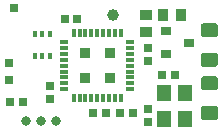
<source format=gtp>
G04 #@! TF.GenerationSoftware,KiCad,Pcbnew,5.0.0-rc3+dfsg1-2*
G04 #@! TF.CreationDate,2018-07-25T10:31:46+09:00*
G04 #@! TF.ProjectId,fst-01,6673742D30312E6B696361645F706362,rev?*
G04 #@! TF.SameCoordinates,Original*
G04 #@! TF.FileFunction,Paste,Top*
G04 #@! TF.FilePolarity,Positive*
%FSLAX46Y46*%
G04 Gerber Fmt 4.6, Leading zero omitted, Abs format (unit mm)*
G04 Created by KiCad (PCBNEW 5.0.0-rc3+dfsg1-2) date Wed Jul 25 10:31:46 2018*
%MOMM*%
%LPD*%
G01*
G04 APERTURE LIST*
%ADD10R,0.800000X0.800000*%
%ADD11C,0.150000*%
%ADD12C,1.200000*%
%ADD13R,0.762000X0.698500*%
%ADD14R,0.398780X0.500380*%
%ADD15R,0.870360X0.870360*%
%ADD16R,0.749300X0.299720*%
%ADD17R,0.299720X0.749300*%
%ADD18R,0.700000X0.700000*%
%ADD19C,0.800000*%
%ADD20R,0.899160X1.000760*%
%ADD21R,0.900000X0.800000*%
%ADD22R,1.193800X1.397000*%
%ADD23R,0.698500X0.762000*%
%ADD24R,1.000760X0.899160*%
%ADD25C,1.000000*%
G04 APERTURE END LIST*
D10*
G04 #@! TO.C,REF\002A\002A*
X110431580Y-93604080D03*
G04 #@! TD*
D11*
G04 #@! TO.C,J1*
G36*
X127479405Y-94897825D02*
X127508527Y-94902144D01*
X127537085Y-94909298D01*
X127564805Y-94919216D01*
X127591419Y-94931804D01*
X127616671Y-94946939D01*
X127640318Y-94964477D01*
X127662132Y-94984248D01*
X127681903Y-95006062D01*
X127699441Y-95029709D01*
X127714576Y-95054961D01*
X127727164Y-95081575D01*
X127737082Y-95109295D01*
X127744236Y-95137853D01*
X127748555Y-95166975D01*
X127750000Y-95196380D01*
X127750000Y-95796380D01*
X127748555Y-95825785D01*
X127744236Y-95854907D01*
X127737082Y-95883465D01*
X127727164Y-95911185D01*
X127714576Y-95937799D01*
X127699441Y-95963051D01*
X127681903Y-95986698D01*
X127662132Y-96008512D01*
X127640318Y-96028283D01*
X127616671Y-96045821D01*
X127591419Y-96060956D01*
X127564805Y-96073544D01*
X127537085Y-96083462D01*
X127508527Y-96090616D01*
X127479405Y-96094935D01*
X127450000Y-96096380D01*
X126550000Y-96096380D01*
X126520595Y-96094935D01*
X126491473Y-96090616D01*
X126462915Y-96083462D01*
X126435195Y-96073544D01*
X126408581Y-96060956D01*
X126383329Y-96045821D01*
X126359682Y-96028283D01*
X126337868Y-96008512D01*
X126318097Y-95986698D01*
X126300559Y-95963051D01*
X126285424Y-95937799D01*
X126272836Y-95911185D01*
X126262918Y-95883465D01*
X126255764Y-95854907D01*
X126251445Y-95825785D01*
X126250000Y-95796380D01*
X126250000Y-95196380D01*
X126251445Y-95166975D01*
X126255764Y-95137853D01*
X126262918Y-95109295D01*
X126272836Y-95081575D01*
X126285424Y-95054961D01*
X126300559Y-95029709D01*
X126318097Y-95006062D01*
X126337868Y-94984248D01*
X126359682Y-94964477D01*
X126383329Y-94946939D01*
X126408581Y-94931804D01*
X126435195Y-94919216D01*
X126462915Y-94909298D01*
X126491473Y-94902144D01*
X126520595Y-94897825D01*
X126550000Y-94896380D01*
X127450000Y-94896380D01*
X127479405Y-94897825D01*
X127479405Y-94897825D01*
G37*
D12*
X127000000Y-95496380D03*
D11*
G36*
X127479405Y-101897945D02*
X127508527Y-101902264D01*
X127537085Y-101909418D01*
X127564805Y-101919336D01*
X127591419Y-101931924D01*
X127616671Y-101947059D01*
X127640318Y-101964597D01*
X127662132Y-101984368D01*
X127681903Y-102006182D01*
X127699441Y-102029829D01*
X127714576Y-102055081D01*
X127727164Y-102081695D01*
X127737082Y-102109415D01*
X127744236Y-102137973D01*
X127748555Y-102167095D01*
X127750000Y-102196500D01*
X127750000Y-102796500D01*
X127748555Y-102825905D01*
X127744236Y-102855027D01*
X127737082Y-102883585D01*
X127727164Y-102911305D01*
X127714576Y-102937919D01*
X127699441Y-102963171D01*
X127681903Y-102986818D01*
X127662132Y-103008632D01*
X127640318Y-103028403D01*
X127616671Y-103045941D01*
X127591419Y-103061076D01*
X127564805Y-103073664D01*
X127537085Y-103083582D01*
X127508527Y-103090736D01*
X127479405Y-103095055D01*
X127450000Y-103096500D01*
X126550000Y-103096500D01*
X126520595Y-103095055D01*
X126491473Y-103090736D01*
X126462915Y-103083582D01*
X126435195Y-103073664D01*
X126408581Y-103061076D01*
X126383329Y-103045941D01*
X126359682Y-103028403D01*
X126337868Y-103008632D01*
X126318097Y-102986818D01*
X126300559Y-102963171D01*
X126285424Y-102937919D01*
X126272836Y-102911305D01*
X126262918Y-102883585D01*
X126255764Y-102855027D01*
X126251445Y-102825905D01*
X126250000Y-102796500D01*
X126250000Y-102196500D01*
X126251445Y-102167095D01*
X126255764Y-102137973D01*
X126262918Y-102109415D01*
X126272836Y-102081695D01*
X126285424Y-102055081D01*
X126300559Y-102029829D01*
X126318097Y-102006182D01*
X126337868Y-101984368D01*
X126359682Y-101964597D01*
X126383329Y-101947059D01*
X126408581Y-101931924D01*
X126435195Y-101919336D01*
X126462915Y-101909418D01*
X126491473Y-101902264D01*
X126520595Y-101897945D01*
X126550000Y-101896500D01*
X127450000Y-101896500D01*
X127479405Y-101897945D01*
X127479405Y-101897945D01*
G37*
D12*
X127000000Y-102496500D03*
D11*
G36*
X127479405Y-97397945D02*
X127508527Y-97402264D01*
X127537085Y-97409418D01*
X127564805Y-97419336D01*
X127591419Y-97431924D01*
X127616671Y-97447059D01*
X127640318Y-97464597D01*
X127662132Y-97484368D01*
X127681903Y-97506182D01*
X127699441Y-97529829D01*
X127714576Y-97555081D01*
X127727164Y-97581695D01*
X127737082Y-97609415D01*
X127744236Y-97637973D01*
X127748555Y-97667095D01*
X127750000Y-97696500D01*
X127750000Y-98296500D01*
X127748555Y-98325905D01*
X127744236Y-98355027D01*
X127737082Y-98383585D01*
X127727164Y-98411305D01*
X127714576Y-98437919D01*
X127699441Y-98463171D01*
X127681903Y-98486818D01*
X127662132Y-98508632D01*
X127640318Y-98528403D01*
X127616671Y-98545941D01*
X127591419Y-98561076D01*
X127564805Y-98573664D01*
X127537085Y-98583582D01*
X127508527Y-98590736D01*
X127479405Y-98595055D01*
X127450000Y-98596500D01*
X126550000Y-98596500D01*
X126520595Y-98595055D01*
X126491473Y-98590736D01*
X126462915Y-98583582D01*
X126435195Y-98573664D01*
X126408581Y-98561076D01*
X126383329Y-98545941D01*
X126359682Y-98528403D01*
X126337868Y-98508632D01*
X126318097Y-98486818D01*
X126300559Y-98463171D01*
X126285424Y-98437919D01*
X126272836Y-98411305D01*
X126262918Y-98383585D01*
X126255764Y-98355027D01*
X126251445Y-98325905D01*
X126250000Y-98296500D01*
X126250000Y-97696500D01*
X126251445Y-97667095D01*
X126255764Y-97637973D01*
X126262918Y-97609415D01*
X126272836Y-97581695D01*
X126285424Y-97555081D01*
X126300559Y-97529829D01*
X126318097Y-97506182D01*
X126337868Y-97484368D01*
X126359682Y-97464597D01*
X126383329Y-97447059D01*
X126408581Y-97431924D01*
X126435195Y-97419336D01*
X126462915Y-97409418D01*
X126491473Y-97402264D01*
X126520595Y-97397945D01*
X126550000Y-97396500D01*
X127450000Y-97396500D01*
X127479405Y-97397945D01*
X127479405Y-97397945D01*
G37*
D12*
X127000000Y-97996500D03*
D11*
G36*
X127479405Y-99397945D02*
X127508527Y-99402264D01*
X127537085Y-99409418D01*
X127564805Y-99419336D01*
X127591419Y-99431924D01*
X127616671Y-99447059D01*
X127640318Y-99464597D01*
X127662132Y-99484368D01*
X127681903Y-99506182D01*
X127699441Y-99529829D01*
X127714576Y-99555081D01*
X127727164Y-99581695D01*
X127737082Y-99609415D01*
X127744236Y-99637973D01*
X127748555Y-99667095D01*
X127750000Y-99696500D01*
X127750000Y-100296500D01*
X127748555Y-100325905D01*
X127744236Y-100355027D01*
X127737082Y-100383585D01*
X127727164Y-100411305D01*
X127714576Y-100437919D01*
X127699441Y-100463171D01*
X127681903Y-100486818D01*
X127662132Y-100508632D01*
X127640318Y-100528403D01*
X127616671Y-100545941D01*
X127591419Y-100561076D01*
X127564805Y-100573664D01*
X127537085Y-100583582D01*
X127508527Y-100590736D01*
X127479405Y-100595055D01*
X127450000Y-100596500D01*
X126550000Y-100596500D01*
X126520595Y-100595055D01*
X126491473Y-100590736D01*
X126462915Y-100583582D01*
X126435195Y-100573664D01*
X126408581Y-100561076D01*
X126383329Y-100545941D01*
X126359682Y-100528403D01*
X126337868Y-100508632D01*
X126318097Y-100486818D01*
X126300559Y-100463171D01*
X126285424Y-100437919D01*
X126272836Y-100411305D01*
X126262918Y-100383585D01*
X126255764Y-100355027D01*
X126251445Y-100325905D01*
X126250000Y-100296500D01*
X126250000Y-99696500D01*
X126251445Y-99667095D01*
X126255764Y-99637973D01*
X126262918Y-99609415D01*
X126272836Y-99581695D01*
X126285424Y-99555081D01*
X126300559Y-99529829D01*
X126318097Y-99506182D01*
X126337868Y-99484368D01*
X126359682Y-99464597D01*
X126383329Y-99447059D01*
X126408581Y-99431924D01*
X126435195Y-99419336D01*
X126462915Y-99409418D01*
X126491473Y-99402264D01*
X126520595Y-99397945D01*
X126550000Y-99396500D01*
X127450000Y-99396500D01*
X127479405Y-99397945D01*
X127479405Y-99397945D01*
G37*
D12*
X127000000Y-99996500D03*
G04 #@! TD*
D13*
G04 #@! TO.C,R1*
X110119160Y-101536500D03*
X111216440Y-101536500D03*
G04 #@! TD*
D14*
G04 #@! TO.C,U3*
X112189260Y-95811340D03*
X112839500Y-95811340D03*
X113489740Y-95811340D03*
X113489740Y-97711260D03*
X112839500Y-97711260D03*
X112189260Y-97711260D03*
G04 #@! TD*
D15*
G04 #@! TO.C,U1*
X118543988Y-97459671D03*
X116461188Y-97459671D03*
X116461188Y-99542471D03*
D16*
X120278808Y-100502591D03*
X120278808Y-100002211D03*
X120278808Y-99501831D03*
X120278808Y-99001451D03*
X120278808Y-98501071D03*
X120278808Y-98000691D03*
X120278808Y-97500311D03*
X120278808Y-96999931D03*
X120278808Y-96499551D03*
D17*
X119504108Y-95724851D03*
X119003728Y-95724851D03*
X118503348Y-95724851D03*
X118002968Y-95724851D03*
X117502588Y-95724851D03*
X117002208Y-95724851D03*
X116501828Y-95724851D03*
X116001448Y-95724851D03*
X115501068Y-95724851D03*
D16*
X114726368Y-96499551D03*
X114726368Y-96999931D03*
X114726368Y-97500311D03*
X114726368Y-98000691D03*
X114726368Y-98501071D03*
X114726368Y-99001451D03*
X114726368Y-99501831D03*
X114726368Y-100002211D03*
X114726368Y-100502591D03*
D17*
X115501068Y-101277291D03*
X116001448Y-101277291D03*
X116501828Y-101277291D03*
X117002208Y-101277291D03*
X117502588Y-101277291D03*
X118002968Y-101277291D03*
X118503348Y-101277291D03*
X119003728Y-101277291D03*
X119504108Y-101277291D03*
D15*
X118543988Y-99542471D03*
G04 #@! TD*
D18*
G04 #@! TO.C,D1*
X110070900Y-99745800D03*
X110070900Y-98247200D03*
G04 #@! TD*
D19*
G04 #@! TO.C,K1*
X114046000Y-103174800D03*
X112776000Y-103174800D03*
X111506000Y-103174800D03*
G04 #@! TD*
D20*
G04 #@! TO.C,C9*
X123073160Y-94234000D03*
X124576840Y-94234000D03*
G04 #@! TD*
D21*
G04 #@! TO.C,U2*
X125307600Y-96558100D03*
X123307600Y-97508100D03*
X123307600Y-95608100D03*
G04 #@! TD*
D22*
G04 #@! TO.C,X1*
X123188237Y-102984914D03*
X124890037Y-102984914D03*
X124890037Y-100785274D03*
X123188237Y-100785274D03*
G04 #@! TD*
D13*
G04 #@! TO.C,C2*
X124094240Y-99275900D03*
X122996960Y-99275900D03*
G04 #@! TD*
D23*
G04 #@! TO.C,C4*
X121780300Y-96987360D03*
X121780300Y-98084640D03*
G04 #@! TD*
D13*
G04 #@! TO.C,C5*
X120563640Y-102489000D03*
X119466360Y-102489000D03*
G04 #@! TD*
G04 #@! TO.C,C6*
X114729260Y-94526100D03*
X115826540Y-94526100D03*
G04 #@! TD*
D23*
G04 #@! TO.C,C7*
X113525300Y-101323140D03*
X113525300Y-100225860D03*
G04 #@! TD*
G04 #@! TO.C,C1*
X121793000Y-103304340D03*
X121793000Y-102207060D03*
G04 #@! TD*
D13*
G04 #@! TO.C,C3*
X118214140Y-102489000D03*
X117116860Y-102489000D03*
G04 #@! TD*
D24*
G04 #@! TO.C,C8*
X121627900Y-94173040D03*
X121627900Y-95676720D03*
G04 #@! TD*
D25*
G04 #@! TO.C,REF\002A\002A*
X118826280Y-94213680D03*
G04 #@! TD*
M02*

</source>
